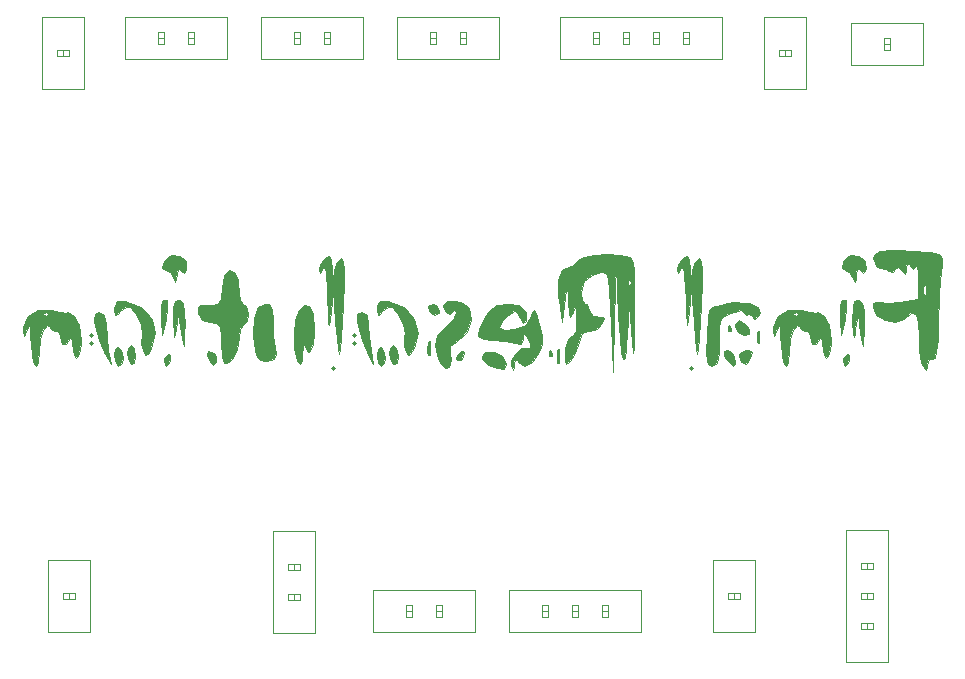
<source format=gbr>
%TF.GenerationSoftware,KiCad,Pcbnew,(5.1.4)-1*%
%TF.CreationDate,2020-08-23T14:24:33+08:00*%
%TF.ProjectId,Integrated-Control-Board-RevA,496e7465-6772-4617-9465-642d436f6e74,rev?*%
%TF.SameCoordinates,Original*%
%TF.FileFunction,Legend,Bot*%
%TF.FilePolarity,Positive*%
%FSLAX46Y46*%
G04 Gerber Fmt 4.6, Leading zero omitted, Abs format (unit mm)*
G04 Created by KiCad (PCBNEW (5.1.4)-1) date 2020-08-23 14:24:33*
%MOMM*%
%LPD*%
G04 APERTURE LIST*
%ADD10C,0.010000*%
%ADD11C,0.120000*%
G04 APERTURE END LIST*
D10*
G36*
X175453069Y-95513072D02*
G01*
X174990480Y-95986178D01*
X174876865Y-96454972D01*
X175167408Y-96664423D01*
X175204282Y-96662784D01*
X175595995Y-96923895D01*
X175796848Y-97280145D01*
X175984172Y-97638517D01*
X176064654Y-97361084D01*
X176080607Y-97041667D01*
X176168116Y-96485852D01*
X176386280Y-96595415D01*
X176409086Y-96630273D01*
X176699975Y-96902717D01*
X176911882Y-96567872D01*
X176870767Y-95909910D01*
X176379647Y-95460666D01*
X175693653Y-95404613D01*
X175453069Y-95513072D01*
X175453069Y-95513072D01*
G37*
X175453069Y-95513072D02*
X174990480Y-95986178D01*
X174876865Y-96454972D01*
X175167408Y-96664423D01*
X175204282Y-96662784D01*
X175595995Y-96923895D01*
X175796848Y-97280145D01*
X175984172Y-97638517D01*
X176064654Y-97361084D01*
X176080607Y-97041667D01*
X176168116Y-96485852D01*
X176386280Y-96595415D01*
X176409086Y-96630273D01*
X176699975Y-96902717D01*
X176911882Y-96567872D01*
X176870767Y-95909910D01*
X176379647Y-95460666D01*
X175693653Y-95404613D01*
X175453069Y-95513072D01*
G36*
X232955846Y-95513072D02*
G01*
X232493258Y-95986178D01*
X232379642Y-96454972D01*
X232670185Y-96664423D01*
X232707060Y-96662784D01*
X233098773Y-96923895D01*
X233299626Y-97280145D01*
X233486950Y-97638517D01*
X233567432Y-97361084D01*
X233583385Y-97041667D01*
X233670894Y-96485852D01*
X233889058Y-96595415D01*
X233911864Y-96630273D01*
X234202753Y-96902717D01*
X234414659Y-96567872D01*
X234373545Y-95909910D01*
X233882425Y-95460666D01*
X233196431Y-95404613D01*
X232955846Y-95513072D01*
X232955846Y-95513072D01*
G37*
X232955846Y-95513072D02*
X232493258Y-95986178D01*
X232379642Y-96454972D01*
X232670185Y-96664423D01*
X232707060Y-96662784D01*
X233098773Y-96923895D01*
X233299626Y-97280145D01*
X233486950Y-97638517D01*
X233567432Y-97361084D01*
X233583385Y-97041667D01*
X233670894Y-96485852D01*
X233889058Y-96595415D01*
X233911864Y-96630273D01*
X234202753Y-96902717D01*
X234414659Y-96567872D01*
X234373545Y-95909910D01*
X233882425Y-95460666D01*
X233196431Y-95404613D01*
X232955846Y-95513072D01*
G36*
X197380109Y-99716751D02*
G01*
X197441712Y-100139878D01*
X197906077Y-100488600D01*
X198265938Y-100335062D01*
X198325000Y-100069676D01*
X198040960Y-99583709D01*
X197766436Y-99511111D01*
X197380109Y-99716751D01*
X197380109Y-99716751D01*
G37*
X197380109Y-99716751D02*
X197441712Y-100139878D01*
X197906077Y-100488600D01*
X198265938Y-100335062D01*
X198325000Y-100069676D01*
X198040960Y-99583709D01*
X197766436Y-99511111D01*
X197380109Y-99716751D01*
G36*
X174742233Y-99722787D02*
G01*
X174754072Y-100798637D01*
X174866066Y-102156944D01*
X175153004Y-100797980D01*
X175289850Y-99886468D01*
X175274281Y-99305356D01*
X175240804Y-99239878D01*
X174911829Y-99172685D01*
X174742233Y-99722787D01*
X174742233Y-99722787D01*
G37*
X174742233Y-99722787D02*
X174754072Y-100798637D01*
X174866066Y-102156944D01*
X175153004Y-100797980D01*
X175289850Y-99886468D01*
X175274281Y-99305356D01*
X175240804Y-99239878D01*
X174911829Y-99172685D01*
X174742233Y-99722787D01*
G36*
X222784260Y-101392593D02*
G01*
X222742039Y-101811257D01*
X222784260Y-101862963D01*
X222993986Y-101814537D01*
X223019445Y-101627778D01*
X222890369Y-101337402D01*
X222784260Y-101392593D01*
X222784260Y-101392593D01*
G37*
X222784260Y-101392593D02*
X222742039Y-101811257D01*
X222784260Y-101862963D01*
X222993986Y-101814537D01*
X223019445Y-101627778D01*
X222890369Y-101337402D01*
X222784260Y-101392593D01*
G36*
X232245010Y-99722787D02*
G01*
X232256850Y-100798637D01*
X232368844Y-102156944D01*
X232655781Y-100797980D01*
X232792628Y-99886468D01*
X232777059Y-99305356D01*
X232743582Y-99239878D01*
X232414607Y-99172685D01*
X232245010Y-99722787D01*
X232245010Y-99722787D01*
G37*
X232245010Y-99722787D02*
X232256850Y-100798637D01*
X232368844Y-102156944D01*
X232655781Y-100797980D01*
X232792628Y-99886468D01*
X232777059Y-99305356D01*
X232743582Y-99239878D01*
X232414607Y-99172685D01*
X232245010Y-99722787D01*
G36*
X168691667Y-102156944D02*
G01*
X168868056Y-102333333D01*
X169044445Y-102156944D01*
X168868056Y-101980556D01*
X168691667Y-102156944D01*
X168691667Y-102156944D01*
G37*
X168691667Y-102156944D02*
X168868056Y-102333333D01*
X169044445Y-102156944D01*
X168868056Y-101980556D01*
X168691667Y-102156944D01*
G36*
X190916667Y-102156944D02*
G01*
X191093056Y-102333333D01*
X191269445Y-102156944D01*
X191093056Y-101980556D01*
X190916667Y-102156944D01*
X190916667Y-102156944D01*
G37*
X190916667Y-102156944D02*
X191093056Y-102333333D01*
X191269445Y-102156944D01*
X191093056Y-101980556D01*
X190916667Y-102156944D01*
G36*
X223401435Y-101205862D02*
G01*
X223372223Y-101413646D01*
X223627018Y-101915944D01*
X224157837Y-102183676D01*
X224569395Y-102076902D01*
X224557521Y-101688005D01*
X224201713Y-101202544D01*
X223737342Y-100926715D01*
X223681805Y-100922222D01*
X223401435Y-101205862D01*
X223401435Y-101205862D01*
G37*
X223401435Y-101205862D02*
X223372223Y-101413646D01*
X223627018Y-101915944D01*
X224157837Y-102183676D01*
X224569395Y-102076902D01*
X224557521Y-101688005D01*
X224201713Y-101202544D01*
X223737342Y-100926715D01*
X223681805Y-100922222D01*
X223401435Y-101205862D01*
G36*
X168691667Y-102862500D02*
G01*
X168868056Y-103038889D01*
X169044445Y-102862500D01*
X168868056Y-102686111D01*
X168691667Y-102862500D01*
X168691667Y-102862500D01*
G37*
X168691667Y-102862500D02*
X168868056Y-103038889D01*
X169044445Y-102862500D01*
X168868056Y-102686111D01*
X168691667Y-102862500D01*
G36*
X190916667Y-102862500D02*
G01*
X191093056Y-103038889D01*
X191269445Y-102862500D01*
X191093056Y-102686111D01*
X190916667Y-102862500D01*
X190916667Y-102862500D01*
G37*
X190916667Y-102862500D02*
X191093056Y-103038889D01*
X191269445Y-102862500D01*
X191093056Y-102686111D01*
X190916667Y-102862500D01*
G36*
X225255251Y-101892361D02*
G01*
X225208657Y-102614620D01*
X225255251Y-102774306D01*
X225384012Y-102818623D01*
X225433188Y-102333333D01*
X225377748Y-101832519D01*
X225255251Y-101892361D01*
X225255251Y-101892361D01*
G37*
X225255251Y-101892361D02*
X225208657Y-102614620D01*
X225255251Y-102774306D01*
X225384012Y-102818623D01*
X225433188Y-102333333D01*
X225377748Y-101832519D01*
X225255251Y-101892361D01*
G36*
X175958817Y-99323870D02*
G01*
X175813724Y-99913574D01*
X175803680Y-101010417D01*
X175844633Y-101994573D01*
X175898361Y-102318416D01*
X175982736Y-102027169D01*
X176047682Y-101627778D01*
X176235227Y-100393056D01*
X176467406Y-101980556D01*
X176594031Y-102805916D01*
X176668547Y-103070998D01*
X176711470Y-102731380D01*
X176743318Y-101742644D01*
X176752571Y-101363194D01*
X176747394Y-100113314D01*
X176636388Y-99428428D01*
X176390091Y-99172119D01*
X176276389Y-99158333D01*
X175958817Y-99323870D01*
X175958817Y-99323870D01*
G37*
X175958817Y-99323870D02*
X175813724Y-99913574D01*
X175803680Y-101010417D01*
X175844633Y-101994573D01*
X175898361Y-102318416D01*
X175982736Y-102027169D01*
X176047682Y-101627778D01*
X176235227Y-100393056D01*
X176467406Y-101980556D01*
X176594031Y-102805916D01*
X176668547Y-103070998D01*
X176711470Y-102731380D01*
X176743318Y-101742644D01*
X176752571Y-101363194D01*
X176747394Y-100113314D01*
X176636388Y-99428428D01*
X176390091Y-99172119D01*
X176276389Y-99158333D01*
X175958817Y-99323870D01*
G36*
X233461595Y-99323870D02*
G01*
X233316502Y-99913574D01*
X233306458Y-101010417D01*
X233347411Y-101994573D01*
X233401139Y-102318416D01*
X233485514Y-102027169D01*
X233550460Y-101627778D01*
X233738004Y-100393056D01*
X233970184Y-101980556D01*
X234096809Y-102805916D01*
X234171324Y-103070998D01*
X234214247Y-102731380D01*
X234246096Y-101742644D01*
X234255349Y-101363194D01*
X234250172Y-100113314D01*
X234139166Y-99428428D01*
X233892869Y-99172119D01*
X233779167Y-99158333D01*
X233461595Y-99323870D01*
X233461595Y-99323870D01*
G37*
X233461595Y-99323870D02*
X233316502Y-99913574D01*
X233306458Y-101010417D01*
X233347411Y-101994573D01*
X233401139Y-102318416D01*
X233485514Y-102027169D01*
X233550460Y-101627778D01*
X233738004Y-100393056D01*
X233970184Y-101980556D01*
X234096809Y-102805916D01*
X234171324Y-103070998D01*
X234214247Y-102731380D01*
X234246096Y-101742644D01*
X234255349Y-101363194D01*
X234250172Y-100113314D01*
X234139166Y-99428428D01*
X233892869Y-99172119D01*
X233779167Y-99158333D01*
X233461595Y-99323870D01*
G36*
X188623612Y-95630556D02*
G01*
X188185845Y-96275793D01*
X188119240Y-96643890D01*
X188193629Y-96949782D01*
X188404713Y-96609616D01*
X188447223Y-96512500D01*
X188608605Y-96424149D01*
X188731068Y-97011757D01*
X188816524Y-98287337D01*
X188840463Y-98981945D01*
X188886303Y-100398090D01*
X188930379Y-101152190D01*
X188982418Y-101287664D01*
X189052149Y-100847929D01*
X189117125Y-100216667D01*
X189303734Y-98276389D01*
X189516342Y-101098611D01*
X189625067Y-102379959D01*
X189727638Y-103310787D01*
X189806329Y-103738267D01*
X189823233Y-103744444D01*
X189880534Y-103342017D01*
X189964376Y-102384020D01*
X190062928Y-101019393D01*
X190152509Y-99599047D01*
X190240644Y-97762378D01*
X190245140Y-96544042D01*
X190162170Y-95861344D01*
X189987908Y-95631590D01*
X189968880Y-95630297D01*
X189645456Y-95939336D01*
X189419748Y-96691578D01*
X189407976Y-96777083D01*
X189315042Y-97459941D01*
X189262956Y-97509692D01*
X189223576Y-96895241D01*
X189209236Y-96557499D01*
X189135776Y-95708136D01*
X188962074Y-95442846D01*
X188623612Y-95630556D01*
X188623612Y-95630556D01*
G37*
X188623612Y-95630556D02*
X188185845Y-96275793D01*
X188119240Y-96643890D01*
X188193629Y-96949782D01*
X188404713Y-96609616D01*
X188447223Y-96512500D01*
X188608605Y-96424149D01*
X188731068Y-97011757D01*
X188816524Y-98287337D01*
X188840463Y-98981945D01*
X188886303Y-100398090D01*
X188930379Y-101152190D01*
X188982418Y-101287664D01*
X189052149Y-100847929D01*
X189117125Y-100216667D01*
X189303734Y-98276389D01*
X189516342Y-101098611D01*
X189625067Y-102379959D01*
X189727638Y-103310787D01*
X189806329Y-103738267D01*
X189823233Y-103744444D01*
X189880534Y-103342017D01*
X189964376Y-102384020D01*
X190062928Y-101019393D01*
X190152509Y-99599047D01*
X190240644Y-97762378D01*
X190245140Y-96544042D01*
X190162170Y-95861344D01*
X189987908Y-95631590D01*
X189968880Y-95630297D01*
X189645456Y-95939336D01*
X189419748Y-96691578D01*
X189407976Y-96777083D01*
X189315042Y-97459941D01*
X189262956Y-97509692D01*
X189223576Y-96895241D01*
X189209236Y-96557499D01*
X189135776Y-95708136D01*
X188962074Y-95442846D01*
X188623612Y-95630556D01*
G36*
X218962500Y-95630556D02*
G01*
X218524734Y-96275793D01*
X218458129Y-96643890D01*
X218532518Y-96949782D01*
X218743602Y-96609616D01*
X218786111Y-96512500D01*
X218947494Y-96424149D01*
X219069957Y-97011757D01*
X219155413Y-98287337D01*
X219179352Y-98981945D01*
X219225192Y-100398090D01*
X219269268Y-101152190D01*
X219321307Y-101287664D01*
X219391038Y-100847929D01*
X219456014Y-100216667D01*
X219642623Y-98276389D01*
X219855231Y-101098611D01*
X219963956Y-102379959D01*
X220066527Y-103310787D01*
X220145218Y-103738267D01*
X220162122Y-103744444D01*
X220219423Y-103342017D01*
X220303264Y-102384020D01*
X220401816Y-101019393D01*
X220491398Y-99599047D01*
X220579533Y-97762378D01*
X220584029Y-96544042D01*
X220501059Y-95861344D01*
X220326797Y-95631590D01*
X220307769Y-95630297D01*
X219984345Y-95939336D01*
X219758637Y-96691578D01*
X219746865Y-96777083D01*
X219653931Y-97459941D01*
X219601845Y-97509692D01*
X219562464Y-96895241D01*
X219548125Y-96557499D01*
X219474665Y-95708136D01*
X219300963Y-95442846D01*
X218962500Y-95630556D01*
X218962500Y-95630556D01*
G37*
X218962500Y-95630556D02*
X218524734Y-96275793D01*
X218458129Y-96643890D01*
X218532518Y-96949782D01*
X218743602Y-96609616D01*
X218786111Y-96512500D01*
X218947494Y-96424149D01*
X219069957Y-97011757D01*
X219155413Y-98287337D01*
X219179352Y-98981945D01*
X219225192Y-100398090D01*
X219269268Y-101152190D01*
X219321307Y-101287664D01*
X219391038Y-100847929D01*
X219456014Y-100216667D01*
X219642623Y-98276389D01*
X219855231Y-101098611D01*
X219963956Y-102379959D01*
X220066527Y-103310787D01*
X220145218Y-103738267D01*
X220162122Y-103744444D01*
X220219423Y-103342017D01*
X220303264Y-102384020D01*
X220401816Y-101019393D01*
X220491398Y-99599047D01*
X220579533Y-97762378D01*
X220584029Y-96544042D01*
X220501059Y-95861344D01*
X220326797Y-95631590D01*
X220307769Y-95630297D01*
X219984345Y-95939336D01*
X219758637Y-96691578D01*
X219746865Y-96777083D01*
X219653931Y-97459941D01*
X219601845Y-97509692D01*
X219562464Y-96895241D01*
X219548125Y-96557499D01*
X219474665Y-95708136D01*
X219300963Y-95442846D01*
X218962500Y-95630556D01*
G36*
X171078334Y-99255215D02*
G01*
X170827770Y-99739876D01*
X170819553Y-99952083D01*
X170871766Y-100492843D01*
X171094228Y-100388451D01*
X171280831Y-100153889D01*
X171788747Y-99776406D01*
X172098744Y-99801112D01*
X172644547Y-100409793D01*
X173052615Y-101272347D01*
X173172651Y-102044734D01*
X173139777Y-102184118D01*
X173097733Y-102907189D01*
X173217092Y-103414250D01*
X173433799Y-103894862D01*
X173646045Y-103808664D01*
X173948645Y-103280094D01*
X174266722Y-102028883D01*
X173979588Y-100823723D01*
X173154406Y-99882572D01*
X172845694Y-99700814D01*
X171727942Y-99245051D01*
X171078334Y-99255215D01*
X171078334Y-99255215D01*
G37*
X171078334Y-99255215D02*
X170827770Y-99739876D01*
X170819553Y-99952083D01*
X170871766Y-100492843D01*
X171094228Y-100388451D01*
X171280831Y-100153889D01*
X171788747Y-99776406D01*
X172098744Y-99801112D01*
X172644547Y-100409793D01*
X173052615Y-101272347D01*
X173172651Y-102044734D01*
X173139777Y-102184118D01*
X173097733Y-102907189D01*
X173217092Y-103414250D01*
X173433799Y-103894862D01*
X173646045Y-103808664D01*
X173948645Y-103280094D01*
X174266722Y-102028883D01*
X173979588Y-100823723D01*
X173154406Y-99882572D01*
X172845694Y-99700814D01*
X171727942Y-99245051D01*
X171078334Y-99255215D01*
G36*
X193303334Y-99255215D02*
G01*
X193052770Y-99739876D01*
X193044553Y-99952083D01*
X193096766Y-100492843D01*
X193319228Y-100388451D01*
X193505831Y-100153889D01*
X194013747Y-99776406D01*
X194323744Y-99801112D01*
X194869547Y-100409793D01*
X195277615Y-101272347D01*
X195397651Y-102044734D01*
X195364777Y-102184118D01*
X195322733Y-102907189D01*
X195442092Y-103414250D01*
X195658799Y-103894862D01*
X195871045Y-103808664D01*
X196173645Y-103280094D01*
X196491722Y-102028883D01*
X196204588Y-100823723D01*
X195379406Y-99882572D01*
X195070694Y-99700814D01*
X193952942Y-99245051D01*
X193303334Y-99255215D01*
X193303334Y-99255215D01*
G37*
X193303334Y-99255215D02*
X193052770Y-99739876D01*
X193044553Y-99952083D01*
X193096766Y-100492843D01*
X193319228Y-100388451D01*
X193505831Y-100153889D01*
X194013747Y-99776406D01*
X194323744Y-99801112D01*
X194869547Y-100409793D01*
X195277615Y-101272347D01*
X195397651Y-102044734D01*
X195364777Y-102184118D01*
X195322733Y-102907189D01*
X195442092Y-103414250D01*
X195658799Y-103894862D01*
X195871045Y-103808664D01*
X196173645Y-103280094D01*
X196491722Y-102028883D01*
X196204588Y-100823723D01*
X195379406Y-99882572D01*
X195070694Y-99700814D01*
X193952942Y-99245051D01*
X193303334Y-99255215D01*
G36*
X197392430Y-102720364D02*
G01*
X197374973Y-102781020D01*
X197323328Y-103549479D01*
X197388045Y-103839353D01*
X197503857Y-103851080D01*
X197551156Y-103298821D01*
X197550671Y-103215278D01*
X197499802Y-102668136D01*
X197392430Y-102720364D01*
X197392430Y-102720364D01*
G37*
X197392430Y-102720364D02*
X197374973Y-102781020D01*
X197323328Y-103549479D01*
X197388045Y-103839353D01*
X197503857Y-103851080D01*
X197551156Y-103298821D01*
X197550671Y-103215278D01*
X197499802Y-102668136D01*
X197392430Y-102720364D01*
G36*
X207614815Y-103509259D02*
G01*
X207572595Y-103927924D01*
X207614815Y-103979630D01*
X207824541Y-103931204D01*
X207850000Y-103744444D01*
X207720925Y-103454068D01*
X207614815Y-103509259D01*
X207614815Y-103509259D01*
G37*
X207614815Y-103509259D02*
X207572595Y-103927924D01*
X207614815Y-103979630D01*
X207824541Y-103931204D01*
X207850000Y-103744444D01*
X207720925Y-103454068D01*
X207614815Y-103509259D01*
G36*
X169170772Y-100353356D02*
G01*
X169110094Y-100880597D01*
X169194763Y-101436488D01*
X169525312Y-102610109D01*
X169971289Y-103641349D01*
X170518976Y-104626389D01*
X170310877Y-103435764D01*
X170160676Y-102262365D01*
X170102778Y-101230903D01*
X169948394Y-100434087D01*
X169534351Y-100216667D01*
X169170772Y-100353356D01*
X169170772Y-100353356D01*
G37*
X169170772Y-100353356D02*
X169110094Y-100880597D01*
X169194763Y-101436488D01*
X169525312Y-102610109D01*
X169971289Y-103641349D01*
X170518976Y-104626389D01*
X170310877Y-103435764D01*
X170160676Y-102262365D01*
X170102778Y-101230903D01*
X169948394Y-100434087D01*
X169534351Y-100216667D01*
X169170772Y-100353356D01*
G36*
X182939880Y-99826977D02*
G01*
X182603134Y-100715928D01*
X182559683Y-102089996D01*
X182649324Y-102892471D01*
X182839710Y-103852511D01*
X183115220Y-104286645D01*
X183609266Y-104372868D01*
X183751943Y-104363541D01*
X184352301Y-104220800D01*
X184496111Y-103783665D01*
X184418519Y-103268289D01*
X184278825Y-102199465D01*
X184214387Y-100976104D01*
X184213889Y-100878125D01*
X184146653Y-99966240D01*
X183886767Y-99573226D01*
X183546578Y-99511111D01*
X182939880Y-99826977D01*
X182939880Y-99826977D01*
G37*
X182939880Y-99826977D02*
X182603134Y-100715928D01*
X182559683Y-102089996D01*
X182649324Y-102892471D01*
X182839710Y-103852511D01*
X183115220Y-104286645D01*
X183609266Y-104372868D01*
X183751943Y-104363541D01*
X184352301Y-104220800D01*
X184496111Y-103783665D01*
X184418519Y-103268289D01*
X184278825Y-102199465D01*
X184214387Y-100976104D01*
X184213889Y-100878125D01*
X184146653Y-99966240D01*
X183886767Y-99573226D01*
X183546578Y-99511111D01*
X182939880Y-99826977D01*
G36*
X191395772Y-100353356D02*
G01*
X191335094Y-100880597D01*
X191419763Y-101436488D01*
X191750312Y-102610109D01*
X192196289Y-103641349D01*
X192743976Y-104626389D01*
X192535877Y-103435764D01*
X192385676Y-102262365D01*
X192327778Y-101230903D01*
X192173394Y-100434087D01*
X191759351Y-100216667D01*
X191395772Y-100353356D01*
X191395772Y-100353356D01*
G37*
X191395772Y-100353356D02*
X191335094Y-100880597D01*
X191419763Y-101436488D01*
X191750312Y-102610109D01*
X192196289Y-103641349D01*
X192743976Y-104626389D01*
X192535877Y-103435764D01*
X192385676Y-102262365D01*
X192327778Y-101230903D01*
X192173394Y-100434087D01*
X191759351Y-100216667D01*
X191395772Y-100353356D01*
G36*
X200024213Y-103668009D02*
G01*
X199754675Y-104117051D01*
X199789028Y-104267732D01*
X200157610Y-104256812D01*
X200206482Y-104214815D01*
X200439071Y-103671721D01*
X200441667Y-103615093D01*
X200262684Y-103483926D01*
X200024213Y-103668009D01*
X200024213Y-103668009D01*
G37*
X200024213Y-103668009D02*
X199754675Y-104117051D01*
X199789028Y-104267732D01*
X200157610Y-104256812D01*
X200206482Y-104214815D01*
X200439071Y-103671721D01*
X200441667Y-103615093D01*
X200262684Y-103483926D01*
X200024213Y-103668009D01*
G36*
X164374627Y-100063879D02*
G01*
X163532062Y-100580645D01*
X163099649Y-101449978D01*
X163082388Y-101770648D01*
X163133002Y-102221063D01*
X163260156Y-102042258D01*
X163400000Y-101627778D01*
X163560013Y-101285266D01*
X163657925Y-101520084D01*
X163709145Y-102387858D01*
X163717613Y-102774306D01*
X163809908Y-103907944D01*
X163996643Y-104603958D01*
X164211852Y-104799968D01*
X164389567Y-104433591D01*
X164463736Y-103479861D01*
X164559085Y-102502512D01*
X164787747Y-101736127D01*
X165076284Y-101333168D01*
X165351259Y-101446095D01*
X165397266Y-101541781D01*
X165744918Y-101828009D01*
X165899576Y-101785545D01*
X166154073Y-101909449D01*
X166222223Y-102312514D01*
X166391588Y-102932917D01*
X166745877Y-102956186D01*
X167037377Y-102421528D01*
X167152373Y-102297703D01*
X167231146Y-102777369D01*
X167239633Y-102950694D01*
X167366649Y-103828149D01*
X167596583Y-104081003D01*
X167832013Y-103761167D01*
X167975516Y-102920557D01*
X167986111Y-102552918D01*
X167830608Y-101337970D01*
X167415669Y-100522727D01*
X167136911Y-100393056D01*
X165163889Y-100393056D01*
X164987500Y-100569445D01*
X164811111Y-100393056D01*
X164987500Y-100216667D01*
X165163889Y-100393056D01*
X167136911Y-100393056D01*
X166818655Y-100245012D01*
X166700328Y-100262158D01*
X166168418Y-100225839D01*
X165414258Y-100056335D01*
X164374627Y-100063879D01*
X164374627Y-100063879D01*
G37*
X164374627Y-100063879D02*
X163532062Y-100580645D01*
X163099649Y-101449978D01*
X163082388Y-101770648D01*
X163133002Y-102221063D01*
X163260156Y-102042258D01*
X163400000Y-101627778D01*
X163560013Y-101285266D01*
X163657925Y-101520084D01*
X163709145Y-102387858D01*
X163717613Y-102774306D01*
X163809908Y-103907944D01*
X163996643Y-104603958D01*
X164211852Y-104799968D01*
X164389567Y-104433591D01*
X164463736Y-103479861D01*
X164559085Y-102502512D01*
X164787747Y-101736127D01*
X165076284Y-101333168D01*
X165351259Y-101446095D01*
X165397266Y-101541781D01*
X165744918Y-101828009D01*
X165899576Y-101785545D01*
X166154073Y-101909449D01*
X166222223Y-102312514D01*
X166391588Y-102932917D01*
X166745877Y-102956186D01*
X167037377Y-102421528D01*
X167152373Y-102297703D01*
X167231146Y-102777369D01*
X167239633Y-102950694D01*
X167366649Y-103828149D01*
X167596583Y-104081003D01*
X167832013Y-103761167D01*
X167975516Y-102920557D01*
X167986111Y-102552918D01*
X167830608Y-101337970D01*
X167415669Y-100522727D01*
X167136911Y-100393056D01*
X165163889Y-100393056D01*
X164987500Y-100569445D01*
X164811111Y-100393056D01*
X164987500Y-100216667D01*
X165163889Y-100393056D01*
X167136911Y-100393056D01*
X166818655Y-100245012D01*
X166700328Y-100262158D01*
X166168418Y-100225839D01*
X165414258Y-100056335D01*
X164374627Y-100063879D01*
G36*
X170899518Y-103340175D02*
G01*
X170808334Y-103900014D01*
X170926553Y-104572888D01*
X171161111Y-104802778D01*
X171450579Y-104508242D01*
X171513889Y-104118042D01*
X171351897Y-103442702D01*
X171161111Y-103215278D01*
X170899518Y-103340175D01*
X170899518Y-103340175D01*
G37*
X170899518Y-103340175D02*
X170808334Y-103900014D01*
X170926553Y-104572888D01*
X171161111Y-104802778D01*
X171450579Y-104508242D01*
X171513889Y-104118042D01*
X171351897Y-103442702D01*
X171161111Y-103215278D01*
X170899518Y-103340175D01*
G36*
X171929978Y-103333425D02*
G01*
X171866667Y-103723625D01*
X172028659Y-104398964D01*
X172219445Y-104626389D01*
X172481038Y-104501492D01*
X172572223Y-103941653D01*
X172454004Y-103268779D01*
X172219445Y-103038889D01*
X171929978Y-103333425D01*
X171929978Y-103333425D01*
G37*
X171929978Y-103333425D02*
X171866667Y-103723625D01*
X172028659Y-104398964D01*
X172219445Y-104626389D01*
X172481038Y-104501492D01*
X172572223Y-103941653D01*
X172454004Y-103268779D01*
X172219445Y-103038889D01*
X171929978Y-103333425D01*
G36*
X175080162Y-104030348D02*
G01*
X175041667Y-104273611D01*
X175117144Y-104744290D01*
X175180313Y-104802778D01*
X175407786Y-104526921D01*
X175522019Y-104273611D01*
X175529351Y-103819354D01*
X175383373Y-103744444D01*
X175080162Y-104030348D01*
X175080162Y-104030348D01*
G37*
X175080162Y-104030348D02*
X175041667Y-104273611D01*
X175117144Y-104744290D01*
X175180313Y-104802778D01*
X175407786Y-104526921D01*
X175522019Y-104273611D01*
X175529351Y-103819354D01*
X175383373Y-103744444D01*
X175080162Y-104030348D01*
G36*
X178649750Y-103870099D02*
G01*
X178841067Y-104292454D01*
X179179287Y-104669049D01*
X179447767Y-104455861D01*
X179442303Y-103920782D01*
X179242219Y-103724184D01*
X178717080Y-103539165D01*
X178649750Y-103870099D01*
X178649750Y-103870099D01*
G37*
X178649750Y-103870099D02*
X178841067Y-104292454D01*
X179179287Y-104669049D01*
X179447767Y-104455861D01*
X179442303Y-103920782D01*
X179242219Y-103724184D01*
X178717080Y-103539165D01*
X178649750Y-103870099D01*
G36*
X180130949Y-97129309D02*
G01*
X179912948Y-98184038D01*
X179912645Y-98188195D01*
X179808028Y-99124617D01*
X179580502Y-99537010D01*
X179086312Y-99606592D01*
X178807191Y-99581746D01*
X178104404Y-99585558D01*
X177896716Y-99912850D01*
X177925247Y-100287302D01*
X178224575Y-100928346D01*
X178922223Y-101098611D01*
X179457145Y-101162152D01*
X179722658Y-101475728D01*
X179819118Y-102223771D01*
X179834549Y-102775290D01*
X179895790Y-103982594D01*
X180056322Y-104556441D01*
X180365486Y-104567163D01*
X180805867Y-104159802D01*
X181229313Y-103344255D01*
X181391667Y-102393750D01*
X181488750Y-101624944D01*
X181724447Y-101276790D01*
X181744445Y-101275000D01*
X182009636Y-100973100D01*
X182097223Y-100393056D01*
X181976462Y-99730077D01*
X181744445Y-99511111D01*
X181476046Y-99210115D01*
X181391667Y-98658020D01*
X181253934Y-97488587D01*
X180919319Y-96819029D01*
X180505699Y-96686788D01*
X180130949Y-97129309D01*
X180130949Y-97129309D01*
G37*
X180130949Y-97129309D02*
X179912948Y-98184038D01*
X179912645Y-98188195D01*
X179808028Y-99124617D01*
X179580502Y-99537010D01*
X179086312Y-99606592D01*
X178807191Y-99581746D01*
X178104404Y-99585558D01*
X177896716Y-99912850D01*
X177925247Y-100287302D01*
X178224575Y-100928346D01*
X178922223Y-101098611D01*
X179457145Y-101162152D01*
X179722658Y-101475728D01*
X179819118Y-102223771D01*
X179834549Y-102775290D01*
X179895790Y-103982594D01*
X180056322Y-104556441D01*
X180365486Y-104567163D01*
X180805867Y-104159802D01*
X181229313Y-103344255D01*
X181391667Y-102393750D01*
X181488750Y-101624944D01*
X181724447Y-101276790D01*
X181744445Y-101275000D01*
X182009636Y-100973100D01*
X182097223Y-100393056D01*
X181976462Y-99730077D01*
X181744445Y-99511111D01*
X181476046Y-99210115D01*
X181391667Y-98658020D01*
X181253934Y-97488587D01*
X180919319Y-96819029D01*
X180505699Y-96686788D01*
X180130949Y-97129309D01*
G36*
X186453427Y-100053808D02*
G01*
X186148044Y-100869056D01*
X186003988Y-102054650D01*
X186030161Y-103292045D01*
X186235467Y-104262693D01*
X186330556Y-104450000D01*
X186565420Y-104646221D01*
X186686658Y-104246643D01*
X186718854Y-103744444D01*
X186785166Y-103103687D01*
X186893169Y-103030331D01*
X186927344Y-103131402D01*
X187167245Y-103621515D01*
X187419616Y-103513300D01*
X187628203Y-102910630D01*
X187736750Y-101917376D01*
X187741667Y-101627778D01*
X187632869Y-100387759D01*
X187333971Y-99708635D01*
X186886214Y-99640794D01*
X186453427Y-100053808D01*
X186453427Y-100053808D01*
G37*
X186453427Y-100053808D02*
X186148044Y-100869056D01*
X186003988Y-102054650D01*
X186030161Y-103292045D01*
X186235467Y-104262693D01*
X186330556Y-104450000D01*
X186565420Y-104646221D01*
X186686658Y-104246643D01*
X186718854Y-103744444D01*
X186785166Y-103103687D01*
X186893169Y-103030331D01*
X186927344Y-103131402D01*
X187167245Y-103621515D01*
X187419616Y-103513300D01*
X187628203Y-102910630D01*
X187736750Y-101917376D01*
X187741667Y-101627778D01*
X187632869Y-100387759D01*
X187333971Y-99708635D01*
X186886214Y-99640794D01*
X186453427Y-100053808D01*
G36*
X193124518Y-103340175D02*
G01*
X193033334Y-103900014D01*
X193151553Y-104572888D01*
X193386111Y-104802778D01*
X193675579Y-104508242D01*
X193738889Y-104118042D01*
X193576897Y-103442702D01*
X193386111Y-103215278D01*
X193124518Y-103340175D01*
X193124518Y-103340175D01*
G37*
X193124518Y-103340175D02*
X193033334Y-103900014D01*
X193151553Y-104572888D01*
X193386111Y-104802778D01*
X193675579Y-104508242D01*
X193738889Y-104118042D01*
X193576897Y-103442702D01*
X193386111Y-103215278D01*
X193124518Y-103340175D01*
G36*
X194154978Y-103333425D02*
G01*
X194091667Y-103723625D01*
X194253659Y-104398964D01*
X194444445Y-104626389D01*
X194706038Y-104501492D01*
X194797223Y-103941653D01*
X194679004Y-103268779D01*
X194444445Y-103038889D01*
X194154978Y-103333425D01*
X194154978Y-103333425D01*
G37*
X194154978Y-103333425D02*
X194091667Y-103723625D01*
X194253659Y-104398964D01*
X194444445Y-104626389D01*
X194706038Y-104501492D01*
X194797223Y-103941653D01*
X194679004Y-103268779D01*
X194444445Y-103038889D01*
X194154978Y-103333425D01*
G36*
X208328541Y-103425920D02*
G01*
X208311084Y-103486575D01*
X208259439Y-104255034D01*
X208324156Y-104544909D01*
X208439968Y-104556636D01*
X208487267Y-104004377D01*
X208486782Y-103920833D01*
X208435913Y-103373691D01*
X208328541Y-103425920D01*
X208328541Y-103425920D01*
G37*
X208328541Y-103425920D02*
X208311084Y-103486575D01*
X208259439Y-104255034D01*
X208324156Y-104544909D01*
X208439968Y-104556636D01*
X208487267Y-104004377D01*
X208486782Y-103920833D01*
X208435913Y-103373691D01*
X208328541Y-103425920D01*
G36*
X222714717Y-99444770D02*
G01*
X222666667Y-99477581D01*
X222208244Y-99651606D01*
X221784723Y-99687500D01*
X221415302Y-99759241D01*
X221190013Y-100072828D01*
X221062172Y-100775807D01*
X220985099Y-102015726D01*
X220975518Y-102245139D01*
X220945421Y-103595301D01*
X221006884Y-104379831D01*
X221183465Y-104735368D01*
X221416490Y-104802778D01*
X221820228Y-104543455D01*
X222003098Y-103705953D01*
X222015977Y-103479861D01*
X222036540Y-102379473D01*
X222013309Y-101465773D01*
X222008446Y-101400330D01*
X222184805Y-100750581D01*
X222929477Y-100301728D01*
X223011914Y-100272154D01*
X223830732Y-100083762D01*
X224077778Y-100255838D01*
X224294989Y-100449409D01*
X224430556Y-100393056D01*
X224755112Y-100432730D01*
X224783334Y-100569445D01*
X224998230Y-100799496D01*
X225136112Y-100745833D01*
X225516619Y-100273063D01*
X225282647Y-99815688D01*
X224518307Y-99487967D01*
X224165973Y-99427983D01*
X223266612Y-99374451D01*
X222714717Y-99444770D01*
X222714717Y-99444770D01*
G37*
X222714717Y-99444770D02*
X222666667Y-99477581D01*
X222208244Y-99651606D01*
X221784723Y-99687500D01*
X221415302Y-99759241D01*
X221190013Y-100072828D01*
X221062172Y-100775807D01*
X220985099Y-102015726D01*
X220975518Y-102245139D01*
X220945421Y-103595301D01*
X221006884Y-104379831D01*
X221183465Y-104735368D01*
X221416490Y-104802778D01*
X221820228Y-104543455D01*
X222003098Y-103705953D01*
X222015977Y-103479861D01*
X222036540Y-102379473D01*
X222013309Y-101465773D01*
X222008446Y-101400330D01*
X222184805Y-100750581D01*
X222929477Y-100301728D01*
X223011914Y-100272154D01*
X223830732Y-100083762D01*
X224077778Y-100255838D01*
X224294989Y-100449409D01*
X224430556Y-100393056D01*
X224755112Y-100432730D01*
X224783334Y-100569445D01*
X224998230Y-100799496D01*
X225136112Y-100745833D01*
X225516619Y-100273063D01*
X225282647Y-99815688D01*
X224518307Y-99487967D01*
X224165973Y-99427983D01*
X223266612Y-99374451D01*
X222714717Y-99444770D01*
G36*
X222399612Y-103541129D02*
G01*
X222444197Y-103922140D01*
X222775860Y-104357606D01*
X223221575Y-104753730D01*
X223362389Y-104633482D01*
X223372223Y-104370026D01*
X223174300Y-103758530D01*
X222744869Y-103441258D01*
X222399612Y-103541129D01*
X222399612Y-103541129D01*
G37*
X222399612Y-103541129D02*
X222444197Y-103922140D01*
X222775860Y-104357606D01*
X223221575Y-104753730D01*
X223362389Y-104633482D01*
X223372223Y-104370026D01*
X223174300Y-103758530D01*
X222744869Y-103441258D01*
X222399612Y-103541129D01*
G36*
X223786222Y-103663383D02*
G01*
X223725000Y-103900014D01*
X223904817Y-104483019D01*
X224280493Y-104593641D01*
X224569979Y-104242732D01*
X224759718Y-103617525D01*
X224575394Y-103409777D01*
X224254167Y-103391667D01*
X223786222Y-103663383D01*
X223786222Y-103663383D01*
G37*
X223786222Y-103663383D02*
X223725000Y-103900014D01*
X223904817Y-104483019D01*
X224280493Y-104593641D01*
X224569979Y-104242732D01*
X224759718Y-103617525D01*
X224575394Y-103409777D01*
X224254167Y-103391667D01*
X223786222Y-103663383D01*
G36*
X227874627Y-100063879D02*
G01*
X227032062Y-100580645D01*
X226599649Y-101449978D01*
X226582388Y-101770648D01*
X226633002Y-102221063D01*
X226760156Y-102042258D01*
X226900000Y-101627778D01*
X227060013Y-101285266D01*
X227157925Y-101520084D01*
X227209145Y-102387858D01*
X227217613Y-102774306D01*
X227309908Y-103907944D01*
X227496643Y-104603958D01*
X227711852Y-104799968D01*
X227889567Y-104433591D01*
X227963736Y-103479861D01*
X228059085Y-102502512D01*
X228287747Y-101736127D01*
X228576284Y-101333168D01*
X228851259Y-101446095D01*
X228897266Y-101541781D01*
X229244918Y-101828009D01*
X229399576Y-101785545D01*
X229654073Y-101909449D01*
X229722223Y-102312514D01*
X229891588Y-102932917D01*
X230245877Y-102956186D01*
X230537377Y-102421528D01*
X230652373Y-102297703D01*
X230731146Y-102777369D01*
X230739633Y-102950694D01*
X230866649Y-103828149D01*
X231096583Y-104081003D01*
X231332013Y-103761167D01*
X231475516Y-102920557D01*
X231486111Y-102552918D01*
X231330608Y-101337970D01*
X230915669Y-100522727D01*
X230636911Y-100393056D01*
X228663889Y-100393056D01*
X228487500Y-100569445D01*
X228311111Y-100393056D01*
X228487500Y-100216667D01*
X228663889Y-100393056D01*
X230636911Y-100393056D01*
X230318655Y-100245012D01*
X230200328Y-100262158D01*
X229668418Y-100225839D01*
X228914258Y-100056335D01*
X227874627Y-100063879D01*
X227874627Y-100063879D01*
G37*
X227874627Y-100063879D02*
X227032062Y-100580645D01*
X226599649Y-101449978D01*
X226582388Y-101770648D01*
X226633002Y-102221063D01*
X226760156Y-102042258D01*
X226900000Y-101627778D01*
X227060013Y-101285266D01*
X227157925Y-101520084D01*
X227209145Y-102387858D01*
X227217613Y-102774306D01*
X227309908Y-103907944D01*
X227496643Y-104603958D01*
X227711852Y-104799968D01*
X227889567Y-104433591D01*
X227963736Y-103479861D01*
X228059085Y-102502512D01*
X228287747Y-101736127D01*
X228576284Y-101333168D01*
X228851259Y-101446095D01*
X228897266Y-101541781D01*
X229244918Y-101828009D01*
X229399576Y-101785545D01*
X229654073Y-101909449D01*
X229722223Y-102312514D01*
X229891588Y-102932917D01*
X230245877Y-102956186D01*
X230537377Y-102421528D01*
X230652373Y-102297703D01*
X230731146Y-102777369D01*
X230739633Y-102950694D01*
X230866649Y-103828149D01*
X231096583Y-104081003D01*
X231332013Y-103761167D01*
X231475516Y-102920557D01*
X231486111Y-102552918D01*
X231330608Y-101337970D01*
X230915669Y-100522727D01*
X230636911Y-100393056D01*
X228663889Y-100393056D01*
X228487500Y-100569445D01*
X228311111Y-100393056D01*
X228487500Y-100216667D01*
X228663889Y-100393056D01*
X230636911Y-100393056D01*
X230318655Y-100245012D01*
X230200328Y-100262158D01*
X229668418Y-100225839D01*
X228914258Y-100056335D01*
X227874627Y-100063879D01*
G36*
X232582939Y-104030348D02*
G01*
X232544445Y-104273611D01*
X232619922Y-104744290D01*
X232683090Y-104802778D01*
X232910563Y-104526921D01*
X233024796Y-104273611D01*
X233032129Y-103819354D01*
X232886151Y-103744444D01*
X232582939Y-104030348D01*
X232582939Y-104030348D01*
G37*
X232582939Y-104030348D02*
X232544445Y-104273611D01*
X232619922Y-104744290D01*
X232683090Y-104802778D01*
X232910563Y-104526921D01*
X233024796Y-104273611D01*
X233032129Y-103819354D01*
X232886151Y-103744444D01*
X232582939Y-104030348D01*
G36*
X189152778Y-104979167D02*
G01*
X189329167Y-105155556D01*
X189505556Y-104979167D01*
X189329167Y-104802778D01*
X189152778Y-104979167D01*
X189152778Y-104979167D01*
G37*
X189152778Y-104979167D02*
X189329167Y-105155556D01*
X189505556Y-104979167D01*
X189329167Y-104802778D01*
X189152778Y-104979167D01*
G36*
X198978754Y-99323849D02*
G01*
X198678981Y-99678665D01*
X198677778Y-99710777D01*
X198862836Y-100250034D01*
X199239252Y-100396814D01*
X199501741Y-100130670D01*
X199659564Y-99973846D01*
X199708261Y-100264288D01*
X199457277Y-100856898D01*
X198854167Y-101418949D01*
X198112197Y-102257501D01*
X197972223Y-102979595D01*
X198103037Y-103846556D01*
X198419672Y-104570855D01*
X198808416Y-104975499D01*
X199155556Y-104883496D01*
X199175867Y-104853063D01*
X199287407Y-104204837D01*
X199206849Y-103744143D01*
X199221361Y-103120338D01*
X199826131Y-102661491D01*
X199862499Y-102644704D01*
X200675147Y-101935271D01*
X201020461Y-100918537D01*
X200814171Y-99900747D01*
X200321077Y-99459319D01*
X199617695Y-99258877D01*
X198978754Y-99323849D01*
X198978754Y-99323849D01*
G37*
X198978754Y-99323849D02*
X198678981Y-99678665D01*
X198677778Y-99710777D01*
X198862836Y-100250034D01*
X199239252Y-100396814D01*
X199501741Y-100130670D01*
X199659564Y-99973846D01*
X199708261Y-100264288D01*
X199457277Y-100856898D01*
X198854167Y-101418949D01*
X198112197Y-102257501D01*
X197972223Y-102979595D01*
X198103037Y-103846556D01*
X198419672Y-104570855D01*
X198808416Y-104975499D01*
X199155556Y-104883496D01*
X199175867Y-104853063D01*
X199287407Y-104204837D01*
X199206849Y-103744143D01*
X199221361Y-103120338D01*
X199826131Y-102661491D01*
X199862499Y-102644704D01*
X200675147Y-101935271D01*
X201020461Y-100918537D01*
X200814171Y-99900747D01*
X200321077Y-99459319D01*
X199617695Y-99258877D01*
X198978754Y-99323849D01*
G36*
X202294926Y-103598225D02*
G01*
X202052890Y-103755999D01*
X201932083Y-104230383D01*
X202468477Y-104689046D01*
X203175695Y-104963289D01*
X203781536Y-105030814D01*
X203966505Y-104632899D01*
X203969445Y-104514918D01*
X203675473Y-103921845D01*
X203009386Y-103573549D01*
X202294926Y-103598225D01*
X202294926Y-103598225D01*
G37*
X202294926Y-103598225D02*
X202052890Y-103755999D01*
X201932083Y-104230383D01*
X202468477Y-104689046D01*
X203175695Y-104963289D01*
X203781536Y-105030814D01*
X203966505Y-104632899D01*
X203969445Y-104514918D01*
X203675473Y-103921845D01*
X203009386Y-103573549D01*
X202294926Y-103598225D01*
G36*
X203209108Y-99632974D02*
G01*
X202565955Y-100125739D01*
X202201689Y-100657639D01*
X201656383Y-101674856D01*
X201594891Y-102257324D01*
X202053243Y-102515544D01*
X202822917Y-102562907D01*
X203872837Y-102632941D01*
X204694285Y-102808931D01*
X204763195Y-102836871D01*
X205259106Y-102904066D01*
X205385958Y-102459271D01*
X205444341Y-102026883D01*
X205682382Y-102255778D01*
X205733334Y-102333333D01*
X206035882Y-102958366D01*
X206026981Y-103302940D01*
X205817638Y-103267380D01*
X205302576Y-103293164D01*
X204762242Y-103734654D01*
X204431697Y-104351783D01*
X204426692Y-104687946D01*
X204560955Y-105105645D01*
X204623628Y-104845090D01*
X204639480Y-104626389D01*
X204735241Y-104173286D01*
X204972597Y-104374405D01*
X204997576Y-104413211D01*
X205510481Y-104749838D01*
X206137357Y-104464916D01*
X206766385Y-103615295D01*
X207050792Y-102892664D01*
X207038615Y-102130219D01*
X206792173Y-101191324D01*
X206499029Y-100311859D01*
X206317860Y-100041452D01*
X206171858Y-100309329D01*
X206104493Y-100557667D01*
X205660521Y-101289107D01*
X204744107Y-101660858D01*
X203786610Y-101728672D01*
X203410725Y-101467649D01*
X203657004Y-100938713D01*
X204030728Y-100589076D01*
X204620569Y-100152173D01*
X204916441Y-100187174D01*
X205156214Y-100687126D01*
X205443958Y-101146319D01*
X205630464Y-100998779D01*
X205669017Y-100176912D01*
X205103728Y-99663797D01*
X204151720Y-99511111D01*
X203209108Y-99632974D01*
X203209108Y-99632974D01*
G37*
X203209108Y-99632974D02*
X202565955Y-100125739D01*
X202201689Y-100657639D01*
X201656383Y-101674856D01*
X201594891Y-102257324D01*
X202053243Y-102515544D01*
X202822917Y-102562907D01*
X203872837Y-102632941D01*
X204694285Y-102808931D01*
X204763195Y-102836871D01*
X205259106Y-102904066D01*
X205385958Y-102459271D01*
X205444341Y-102026883D01*
X205682382Y-102255778D01*
X205733334Y-102333333D01*
X206035882Y-102958366D01*
X206026981Y-103302940D01*
X205817638Y-103267380D01*
X205302576Y-103293164D01*
X204762242Y-103734654D01*
X204431697Y-104351783D01*
X204426692Y-104687946D01*
X204560955Y-105105645D01*
X204623628Y-104845090D01*
X204639480Y-104626389D01*
X204735241Y-104173286D01*
X204972597Y-104374405D01*
X204997576Y-104413211D01*
X205510481Y-104749838D01*
X206137357Y-104464916D01*
X206766385Y-103615295D01*
X207050792Y-102892664D01*
X207038615Y-102130219D01*
X206792173Y-101191324D01*
X206499029Y-100311859D01*
X206317860Y-100041452D01*
X206171858Y-100309329D01*
X206104493Y-100557667D01*
X205660521Y-101289107D01*
X204744107Y-101660858D01*
X203786610Y-101728672D01*
X203410725Y-101467649D01*
X203657004Y-100938713D01*
X204030728Y-100589076D01*
X204620569Y-100152173D01*
X204916441Y-100187174D01*
X205156214Y-100687126D01*
X205443958Y-101146319D01*
X205630464Y-100998779D01*
X205669017Y-100176912D01*
X205103728Y-99663797D01*
X204151720Y-99511111D01*
X203209108Y-99632974D01*
G36*
X211450152Y-95421909D02*
G01*
X210543789Y-95590865D01*
X210085188Y-95834939D01*
X210076191Y-95853982D01*
X209646270Y-96292155D01*
X209442953Y-96336111D01*
X208722231Y-96627781D01*
X208380038Y-97506243D01*
X208414584Y-98976676D01*
X208447048Y-99214276D01*
X208724176Y-101098611D01*
X209150266Y-97570833D01*
X209240854Y-99334722D01*
X209310719Y-100305234D01*
X209404677Y-100638018D01*
X209551410Y-100400883D01*
X209613889Y-100216667D01*
X209789112Y-99769607D01*
X209882382Y-99889540D01*
X209926544Y-100640312D01*
X209931502Y-100834028D01*
X209871972Y-101862060D01*
X209622125Y-102245921D01*
X209525695Y-102245139D01*
X209189290Y-102502034D01*
X208987080Y-103372106D01*
X208972285Y-103529303D01*
X208932402Y-104374215D01*
X209039886Y-104632082D01*
X209346444Y-104414902D01*
X209370246Y-104391262D01*
X209811597Y-103685989D01*
X210122669Y-102778934D01*
X210427911Y-101984078D01*
X210909411Y-101784982D01*
X210983167Y-101796110D01*
X211641599Y-101624151D01*
X212022652Y-101241073D01*
X212248981Y-100739105D01*
X212175303Y-100609962D01*
X211344465Y-100556907D01*
X211026131Y-100082557D01*
X211025000Y-100040278D01*
X210834510Y-99570812D01*
X210672223Y-99511111D01*
X210419275Y-99205910D01*
X210319445Y-98509404D01*
X210536096Y-97622838D01*
X211255056Y-97081404D01*
X212014833Y-96862958D01*
X212477449Y-96941893D01*
X212600610Y-97390300D01*
X212718451Y-98391405D01*
X212816879Y-99792403D01*
X212877541Y-101280310D01*
X212990850Y-105331945D01*
X213137766Y-100745833D01*
X213284682Y-96159722D01*
X213477758Y-100569445D01*
X213590819Y-102432419D01*
X213729189Y-103650370D01*
X213878240Y-104212372D01*
X214023344Y-104107500D01*
X214149874Y-103324828D01*
X214243200Y-101853430D01*
X214265724Y-101157953D01*
X214331448Y-98629167D01*
X214552778Y-101627778D01*
X214644030Y-102835487D01*
X214708018Y-103526416D01*
X214752009Y-103663574D01*
X214783267Y-103209974D01*
X214809055Y-102128627D01*
X214836640Y-100382543D01*
X214839832Y-100166216D01*
X214848515Y-98159933D01*
X214834371Y-97747222D01*
X214552778Y-97747222D01*
X214423702Y-98037598D01*
X214317593Y-97982407D01*
X214275372Y-97563743D01*
X214317593Y-97512037D01*
X214527319Y-97560463D01*
X214552778Y-97747222D01*
X214834371Y-97747222D01*
X214801138Y-96777596D01*
X214691228Y-95939341D01*
X214512308Y-95565302D01*
X214464584Y-95537959D01*
X213649672Y-95378236D01*
X212565154Y-95345293D01*
X211450152Y-95421909D01*
X211450152Y-95421909D01*
G37*
X211450152Y-95421909D02*
X210543789Y-95590865D01*
X210085188Y-95834939D01*
X210076191Y-95853982D01*
X209646270Y-96292155D01*
X209442953Y-96336111D01*
X208722231Y-96627781D01*
X208380038Y-97506243D01*
X208414584Y-98976676D01*
X208447048Y-99214276D01*
X208724176Y-101098611D01*
X209150266Y-97570833D01*
X209240854Y-99334722D01*
X209310719Y-100305234D01*
X209404677Y-100638018D01*
X209551410Y-100400883D01*
X209613889Y-100216667D01*
X209789112Y-99769607D01*
X209882382Y-99889540D01*
X209926544Y-100640312D01*
X209931502Y-100834028D01*
X209871972Y-101862060D01*
X209622125Y-102245921D01*
X209525695Y-102245139D01*
X209189290Y-102502034D01*
X208987080Y-103372106D01*
X208972285Y-103529303D01*
X208932402Y-104374215D01*
X209039886Y-104632082D01*
X209346444Y-104414902D01*
X209370246Y-104391262D01*
X209811597Y-103685989D01*
X210122669Y-102778934D01*
X210427911Y-101984078D01*
X210909411Y-101784982D01*
X210983167Y-101796110D01*
X211641599Y-101624151D01*
X212022652Y-101241073D01*
X212248981Y-100739105D01*
X212175303Y-100609962D01*
X211344465Y-100556907D01*
X211026131Y-100082557D01*
X211025000Y-100040278D01*
X210834510Y-99570812D01*
X210672223Y-99511111D01*
X210419275Y-99205910D01*
X210319445Y-98509404D01*
X210536096Y-97622838D01*
X211255056Y-97081404D01*
X212014833Y-96862958D01*
X212477449Y-96941893D01*
X212600610Y-97390300D01*
X212718451Y-98391405D01*
X212816879Y-99792403D01*
X212877541Y-101280310D01*
X212990850Y-105331945D01*
X213137766Y-100745833D01*
X213284682Y-96159722D01*
X213477758Y-100569445D01*
X213590819Y-102432419D01*
X213729189Y-103650370D01*
X213878240Y-104212372D01*
X214023344Y-104107500D01*
X214149874Y-103324828D01*
X214243200Y-101853430D01*
X214265724Y-101157953D01*
X214331448Y-98629167D01*
X214552778Y-101627778D01*
X214644030Y-102835487D01*
X214708018Y-103526416D01*
X214752009Y-103663574D01*
X214783267Y-103209974D01*
X214809055Y-102128627D01*
X214836640Y-100382543D01*
X214839832Y-100166216D01*
X214848515Y-98159933D01*
X214834371Y-97747222D01*
X214552778Y-97747222D01*
X214423702Y-98037598D01*
X214317593Y-97982407D01*
X214275372Y-97563743D01*
X214317593Y-97512037D01*
X214527319Y-97560463D01*
X214552778Y-97747222D01*
X214834371Y-97747222D01*
X214801138Y-96777596D01*
X214691228Y-95939341D01*
X214512308Y-95565302D01*
X214464584Y-95537959D01*
X213649672Y-95378236D01*
X212565154Y-95345293D01*
X211450152Y-95421909D01*
G36*
X219491667Y-104979167D02*
G01*
X219668056Y-105155556D01*
X219844445Y-104979167D01*
X219668056Y-104802778D01*
X219491667Y-104979167D01*
X219491667Y-104979167D01*
G37*
X219491667Y-104979167D02*
X219668056Y-105155556D01*
X219844445Y-104979167D01*
X219668056Y-104802778D01*
X219491667Y-104979167D01*
G36*
X236675184Y-94996324D02*
G01*
X235655607Y-95084543D01*
X235176120Y-95272035D01*
X235071437Y-95642072D01*
X235087684Y-95796100D01*
X235314353Y-96348998D01*
X235543056Y-96454305D01*
X236106927Y-96601682D01*
X236302500Y-96733612D01*
X236740690Y-96832629D01*
X236893004Y-96615419D01*
X237128290Y-96366697D01*
X237451074Y-96688889D01*
X237742305Y-96995157D01*
X237832159Y-96662037D01*
X237836111Y-96512500D01*
X237908464Y-96065194D01*
X238142024Y-96272843D01*
X238151587Y-96287834D01*
X238441689Y-96592077D01*
X238647501Y-96287834D01*
X238761738Y-96311472D01*
X238843806Y-96899810D01*
X238866594Y-97461023D01*
X238894445Y-99115102D01*
X237331992Y-99349406D01*
X236299990Y-99443532D01*
X235548172Y-99403739D01*
X235391714Y-99350202D01*
X235085706Y-99430579D01*
X235013889Y-99808559D01*
X235316603Y-100454083D01*
X236040829Y-100897611D01*
X236910697Y-101044218D01*
X237650336Y-100798981D01*
X237717214Y-100738739D01*
X238301134Y-100290389D01*
X238666069Y-100393025D01*
X238852164Y-101097785D01*
X238899847Y-102245139D01*
X238959869Y-103451670D01*
X239108776Y-104415786D01*
X239247223Y-104802778D01*
X239517512Y-105116009D01*
X239593130Y-104773400D01*
X239594598Y-104676840D01*
X239784412Y-104204706D01*
X240045083Y-104192530D01*
X240261289Y-104095437D01*
X240413155Y-103552389D01*
X240514229Y-102476869D01*
X240577858Y-100790690D01*
X240634268Y-99167256D01*
X240673770Y-98452778D01*
X239518155Y-98452778D01*
X239481375Y-99094592D01*
X239389802Y-99170232D01*
X239356822Y-99070139D01*
X239301958Y-98175414D01*
X239356822Y-97835417D01*
X239459073Y-97725623D01*
X239514743Y-98213424D01*
X239518155Y-98452778D01*
X240673770Y-98452778D01*
X240714342Y-97718983D01*
X240805313Y-96650753D01*
X240858791Y-96282382D01*
X240916292Y-95663039D01*
X240633216Y-95343191D01*
X239838176Y-95151092D01*
X239708655Y-95129828D01*
X238484866Y-95012083D01*
X237073592Y-94983416D01*
X236675184Y-94996324D01*
X236675184Y-94996324D01*
G37*
X236675184Y-94996324D02*
X235655607Y-95084543D01*
X235176120Y-95272035D01*
X235071437Y-95642072D01*
X235087684Y-95796100D01*
X235314353Y-96348998D01*
X235543056Y-96454305D01*
X236106927Y-96601682D01*
X236302500Y-96733612D01*
X236740690Y-96832629D01*
X236893004Y-96615419D01*
X237128290Y-96366697D01*
X237451074Y-96688889D01*
X237742305Y-96995157D01*
X237832159Y-96662037D01*
X237836111Y-96512500D01*
X237908464Y-96065194D01*
X238142024Y-96272843D01*
X238151587Y-96287834D01*
X238441689Y-96592077D01*
X238647501Y-96287834D01*
X238761738Y-96311472D01*
X238843806Y-96899810D01*
X238866594Y-97461023D01*
X238894445Y-99115102D01*
X237331992Y-99349406D01*
X236299990Y-99443532D01*
X235548172Y-99403739D01*
X235391714Y-99350202D01*
X235085706Y-99430579D01*
X235013889Y-99808559D01*
X235316603Y-100454083D01*
X236040829Y-100897611D01*
X236910697Y-101044218D01*
X237650336Y-100798981D01*
X237717214Y-100738739D01*
X238301134Y-100290389D01*
X238666069Y-100393025D01*
X238852164Y-101097785D01*
X238899847Y-102245139D01*
X238959869Y-103451670D01*
X239108776Y-104415786D01*
X239247223Y-104802778D01*
X239517512Y-105116009D01*
X239593130Y-104773400D01*
X239594598Y-104676840D01*
X239784412Y-104204706D01*
X240045083Y-104192530D01*
X240261289Y-104095437D01*
X240413155Y-103552389D01*
X240514229Y-102476869D01*
X240577858Y-100790690D01*
X240634268Y-99167256D01*
X240673770Y-98452778D01*
X239518155Y-98452778D01*
X239481375Y-99094592D01*
X239389802Y-99170232D01*
X239356822Y-99070139D01*
X239301958Y-98175414D01*
X239356822Y-97835417D01*
X239459073Y-97725623D01*
X239514743Y-98213424D01*
X239518155Y-98452778D01*
X240673770Y-98452778D01*
X240714342Y-97718983D01*
X240805313Y-96650753D01*
X240858791Y-96282382D01*
X240916292Y-95663039D01*
X240633216Y-95343191D01*
X239838176Y-95151092D01*
X239708655Y-95129828D01*
X238484866Y-95012083D01*
X237073592Y-94983416D01*
X236675184Y-94996324D01*
D11*
X185492000Y-121516000D02*
X185492000Y-122024000D01*
X186000000Y-121516000D02*
X185492000Y-121516000D01*
X186000000Y-121897000D02*
X186000000Y-122024000D01*
X186000000Y-121516000D02*
X186000000Y-121897000D01*
X186508000Y-121516000D02*
X186000000Y-121516000D01*
X186508000Y-122024000D02*
X186508000Y-121516000D01*
X185492000Y-122024000D02*
X186508000Y-122024000D01*
X185492000Y-124056000D02*
X186000000Y-124056000D01*
X185492000Y-124564000D02*
X185492000Y-124056000D01*
X186000000Y-124056000D02*
X186000000Y-124564000D01*
X186508000Y-124056000D02*
X186000000Y-124056000D01*
X186508000Y-124564000D02*
X186508000Y-124056000D01*
X185492000Y-124564000D02*
X186508000Y-124564000D01*
X184222000Y-118722000D02*
X184222000Y-127358000D01*
X187778000Y-118722000D02*
X184222000Y-118722000D01*
X187778000Y-127358000D02*
X187778000Y-118722000D01*
X184222000Y-127358000D02*
X187778000Y-127358000D01*
X195516000Y-126008000D02*
X196024000Y-126008000D01*
X195516000Y-125500000D02*
X195516000Y-126008000D01*
X195897000Y-125500000D02*
X196024000Y-125500000D01*
X195516000Y-125500000D02*
X195897000Y-125500000D01*
X195516000Y-124992000D02*
X195516000Y-125500000D01*
X196024000Y-124992000D02*
X195516000Y-124992000D01*
X196024000Y-126008000D02*
X196024000Y-124992000D01*
X198056000Y-126008000D02*
X198056000Y-125500000D01*
X198564000Y-126008000D02*
X198056000Y-126008000D01*
X198056000Y-125500000D02*
X198564000Y-125500000D01*
X198056000Y-124992000D02*
X198056000Y-125500000D01*
X198564000Y-124992000D02*
X198056000Y-124992000D01*
X198564000Y-126008000D02*
X198564000Y-124992000D01*
X192722000Y-127278000D02*
X201358000Y-127278000D01*
X192722000Y-123722000D02*
X192722000Y-127278000D01*
X201358000Y-123722000D02*
X192722000Y-123722000D01*
X201358000Y-127278000D02*
X201358000Y-123722000D01*
X219357000Y-77000000D02*
X219484000Y-77000000D01*
X218976000Y-77000000D02*
X219357000Y-77000000D01*
X218976000Y-77508000D02*
X218976000Y-77000000D01*
X219484000Y-77508000D02*
X218976000Y-77508000D01*
X219484000Y-76492000D02*
X219484000Y-77508000D01*
X218976000Y-76492000D02*
X219484000Y-76492000D01*
X218976000Y-77000000D02*
X218976000Y-76492000D01*
X216436000Y-77508000D02*
X216436000Y-77000000D01*
X216944000Y-77508000D02*
X216436000Y-77508000D01*
X216944000Y-76492000D02*
X216944000Y-77508000D01*
X216436000Y-76492000D02*
X216944000Y-76492000D01*
X216436000Y-77000000D02*
X216436000Y-76492000D01*
X216944000Y-77000000D02*
X216436000Y-77000000D01*
X213896000Y-77000000D02*
X214404000Y-77000000D01*
X213896000Y-77508000D02*
X213896000Y-77000000D01*
X214404000Y-77508000D02*
X213896000Y-77508000D01*
X214404000Y-76492000D02*
X214404000Y-77508000D01*
X213896000Y-76492000D02*
X214404000Y-76492000D01*
X213896000Y-77000000D02*
X213896000Y-76492000D01*
X211356000Y-77508000D02*
X211356000Y-77000000D01*
X211864000Y-77508000D02*
X211356000Y-77508000D01*
X211864000Y-76492000D02*
X211864000Y-77508000D01*
X211356000Y-76492000D02*
X211864000Y-76492000D01*
X211356000Y-77000000D02*
X211356000Y-76492000D01*
X211864000Y-77000000D02*
X211356000Y-77000000D01*
X222278000Y-78778000D02*
X208562000Y-78778000D01*
X222278000Y-75222000D02*
X222278000Y-78778000D01*
X208562000Y-75222000D02*
X222278000Y-75222000D01*
X208562000Y-78778000D02*
X208562000Y-75222000D01*
X207016000Y-125627000D02*
X207016000Y-125500000D01*
X207016000Y-126008000D02*
X207016000Y-125627000D01*
X207524000Y-126008000D02*
X207016000Y-126008000D01*
X207524000Y-124992000D02*
X207524000Y-126008000D01*
X207016000Y-124992000D02*
X207524000Y-124992000D01*
X207016000Y-125500000D02*
X207016000Y-124992000D01*
X207524000Y-125500000D02*
X207016000Y-125500000D01*
X209556000Y-126008000D02*
X209556000Y-125500000D01*
X210064000Y-126008000D02*
X209556000Y-126008000D01*
X209556000Y-125500000D02*
X210064000Y-125500000D01*
X209556000Y-124992000D02*
X209556000Y-125500000D01*
X210064000Y-124992000D02*
X209556000Y-124992000D01*
X210064000Y-126008000D02*
X210064000Y-124992000D01*
X212096000Y-126008000D02*
X212604000Y-126008000D01*
X212096000Y-125500000D02*
X212096000Y-126008000D01*
X212096000Y-125500000D02*
X212604000Y-125500000D01*
X212096000Y-124992000D02*
X212096000Y-125500000D01*
X212604000Y-124992000D02*
X212096000Y-124992000D01*
X212604000Y-126008000D02*
X212604000Y-124992000D01*
X204222000Y-127278000D02*
X215398000Y-127278000D01*
X204222000Y-123722000D02*
X204222000Y-127278000D01*
X215398000Y-123722000D02*
X204222000Y-123722000D01*
X215398000Y-127278000D02*
X215398000Y-123722000D01*
X197516000Y-77508000D02*
X198024000Y-77508000D01*
X197516000Y-77000000D02*
X197516000Y-77508000D01*
X197897000Y-77000000D02*
X198024000Y-77000000D01*
X197516000Y-77000000D02*
X197897000Y-77000000D01*
X197516000Y-76492000D02*
X197516000Y-77000000D01*
X198024000Y-76492000D02*
X197516000Y-76492000D01*
X198024000Y-77508000D02*
X198024000Y-76492000D01*
X200056000Y-77508000D02*
X200056000Y-77000000D01*
X200564000Y-77508000D02*
X200056000Y-77508000D01*
X200056000Y-77000000D02*
X200564000Y-77000000D01*
X200056000Y-76492000D02*
X200056000Y-77000000D01*
X200564000Y-76492000D02*
X200056000Y-76492000D01*
X200564000Y-77508000D02*
X200564000Y-76492000D01*
X194722000Y-78778000D02*
X203358000Y-78778000D01*
X194722000Y-75222000D02*
X194722000Y-78778000D01*
X203358000Y-75222000D02*
X194722000Y-75222000D01*
X203358000Y-78778000D02*
X203358000Y-75222000D01*
X186054302Y-77508000D02*
X186562302Y-77508000D01*
X186054302Y-77000000D02*
X186054302Y-77508000D01*
X186435302Y-77000000D02*
X186562302Y-77000000D01*
X186054302Y-77000000D02*
X186435302Y-77000000D01*
X186054302Y-76492000D02*
X186054302Y-77000000D01*
X186562302Y-76492000D02*
X186054302Y-76492000D01*
X186562302Y-77508000D02*
X186562302Y-76492000D01*
X188594302Y-77508000D02*
X188594302Y-77000000D01*
X189102302Y-77508000D02*
X188594302Y-77508000D01*
X188594302Y-77000000D02*
X189102302Y-77000000D01*
X188594302Y-76492000D02*
X188594302Y-77000000D01*
X189102302Y-76492000D02*
X188594302Y-76492000D01*
X189102302Y-77508000D02*
X189102302Y-76492000D01*
X183260302Y-78778000D02*
X191896302Y-78778000D01*
X183260302Y-75222000D02*
X183260302Y-78778000D01*
X191896302Y-75222000D02*
X183260302Y-75222000D01*
X191896302Y-78778000D02*
X191896302Y-75222000D01*
X174516000Y-77508000D02*
X175024000Y-77508000D01*
X174516000Y-77000000D02*
X174516000Y-77508000D01*
X174897000Y-77000000D02*
X175024000Y-77000000D01*
X174516000Y-77000000D02*
X174897000Y-77000000D01*
X174516000Y-76492000D02*
X174516000Y-77000000D01*
X175024000Y-76492000D02*
X174516000Y-76492000D01*
X175024000Y-77508000D02*
X175024000Y-76492000D01*
X177056000Y-77508000D02*
X177056000Y-77000000D01*
X177564000Y-77508000D02*
X177056000Y-77508000D01*
X177056000Y-77000000D02*
X177564000Y-77000000D01*
X177056000Y-76492000D02*
X177056000Y-77000000D01*
X177564000Y-76492000D02*
X177056000Y-76492000D01*
X177564000Y-77508000D02*
X177564000Y-76492000D01*
X171722000Y-78778000D02*
X180358000Y-78778000D01*
X171722000Y-75222000D02*
X171722000Y-78778000D01*
X180358000Y-75222000D02*
X171722000Y-75222000D01*
X180358000Y-78778000D02*
X180358000Y-75222000D01*
X222792000Y-123976000D02*
X222792000Y-124484000D01*
X223300000Y-123976000D02*
X222792000Y-123976000D01*
X223300000Y-124357000D02*
X223300000Y-124484000D01*
X223300000Y-123976000D02*
X223300000Y-124357000D01*
X223808000Y-123976000D02*
X223300000Y-123976000D01*
X223808000Y-124484000D02*
X223808000Y-123976000D01*
X222792000Y-124484000D02*
X223808000Y-124484000D01*
X221522000Y-121182000D02*
X221522000Y-127278000D01*
X225078000Y-121182000D02*
X221522000Y-121182000D01*
X225078000Y-127278000D02*
X225078000Y-121182000D01*
X221522000Y-127278000D02*
X225078000Y-127278000D01*
X227092000Y-78016000D02*
X227092000Y-78524000D01*
X227600000Y-78016000D02*
X227092000Y-78016000D01*
X227600000Y-78397000D02*
X227600000Y-78524000D01*
X227600000Y-78016000D02*
X227600000Y-78397000D01*
X228108000Y-78016000D02*
X227600000Y-78016000D01*
X228108000Y-78524000D02*
X228108000Y-78016000D01*
X227092000Y-78524000D02*
X228108000Y-78524000D01*
X225822000Y-75222000D02*
X225822000Y-81318000D01*
X229378000Y-75222000D02*
X225822000Y-75222000D01*
X229378000Y-81318000D02*
X229378000Y-75222000D01*
X225822000Y-81318000D02*
X229378000Y-81318000D01*
X234373000Y-121476000D02*
X234500000Y-121476000D01*
X233992000Y-121476000D02*
X234373000Y-121476000D01*
X233992000Y-121984000D02*
X233992000Y-121476000D01*
X235008000Y-121984000D02*
X233992000Y-121984000D01*
X235008000Y-121476000D02*
X235008000Y-121984000D01*
X234500000Y-121476000D02*
X235008000Y-121476000D01*
X234500000Y-121984000D02*
X234500000Y-121476000D01*
X233992000Y-124016000D02*
X234500000Y-124016000D01*
X233992000Y-124524000D02*
X233992000Y-124016000D01*
X234500000Y-124016000D02*
X234500000Y-124524000D01*
X235008000Y-124016000D02*
X234500000Y-124016000D01*
X235008000Y-124524000D02*
X235008000Y-124016000D01*
X233992000Y-124524000D02*
X235008000Y-124524000D01*
X233992000Y-126556000D02*
X233992000Y-127064000D01*
X234500000Y-126556000D02*
X233992000Y-126556000D01*
X234500000Y-126556000D02*
X234500000Y-127064000D01*
X235008000Y-126556000D02*
X234500000Y-126556000D01*
X235008000Y-127064000D02*
X235008000Y-126556000D01*
X233992000Y-127064000D02*
X235008000Y-127064000D01*
X232722000Y-118682000D02*
X232722000Y-129858000D01*
X236278000Y-118682000D02*
X232722000Y-118682000D01*
X236278000Y-129858000D02*
X236278000Y-118682000D01*
X232722000Y-129858000D02*
X236278000Y-129858000D01*
X166492000Y-124016000D02*
X166492000Y-124524000D01*
X167000000Y-124016000D02*
X166492000Y-124016000D01*
X167000000Y-124397000D02*
X167000000Y-124524000D01*
X167000000Y-124016000D02*
X167000000Y-124397000D01*
X167508000Y-124016000D02*
X167000000Y-124016000D01*
X167508000Y-124524000D02*
X167508000Y-124016000D01*
X166492000Y-124524000D02*
X167508000Y-124524000D01*
X165222000Y-121222000D02*
X165222000Y-127318000D01*
X168778000Y-121222000D02*
X165222000Y-121222000D01*
X168778000Y-127318000D02*
X168778000Y-121222000D01*
X165222000Y-127318000D02*
X168778000Y-127318000D01*
X165992000Y-78016000D02*
X165992000Y-78524000D01*
X166500000Y-78016000D02*
X165992000Y-78016000D01*
X166500000Y-78397000D02*
X166500000Y-78524000D01*
X166500000Y-78016000D02*
X166500000Y-78397000D01*
X167008000Y-78016000D02*
X166500000Y-78016000D01*
X167008000Y-78524000D02*
X167008000Y-78016000D01*
X165992000Y-78524000D02*
X167008000Y-78524000D01*
X164722000Y-75222000D02*
X164722000Y-81318000D01*
X168278000Y-75222000D02*
X164722000Y-75222000D01*
X168278000Y-81318000D02*
X168278000Y-75222000D01*
X164722000Y-81318000D02*
X168278000Y-81318000D01*
X236484000Y-76992000D02*
X235976000Y-76992000D01*
X236484000Y-77500000D02*
X236484000Y-76992000D01*
X236103000Y-77500000D02*
X235976000Y-77500000D01*
X236484000Y-77500000D02*
X236103000Y-77500000D01*
X236484000Y-78008000D02*
X236484000Y-77500000D01*
X235976000Y-78008000D02*
X236484000Y-78008000D01*
X235976000Y-76992000D02*
X235976000Y-78008000D01*
X239278000Y-75722000D02*
X233182000Y-75722000D01*
X239278000Y-79278000D02*
X239278000Y-75722000D01*
X233182000Y-79278000D02*
X239278000Y-79278000D01*
X233182000Y-75722000D02*
X233182000Y-79278000D01*
M02*

</source>
